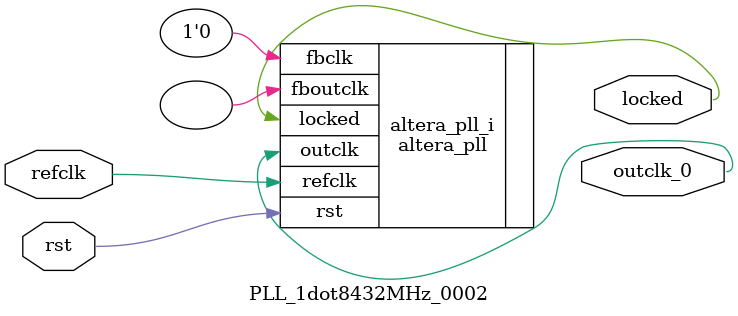
<source format=v>
`timescale 1ns/10ps
module  PLL_1dot8432MHz_0002(

	// interface 'refclk'
	input wire refclk,

	// interface 'reset'
	input wire rst,

	// interface 'outclk0'
	output wire outclk_0,

	// interface 'locked'
	output wire locked
);

	altera_pll #(
		.fractional_vco_multiplier("false"),
		.reference_clock_frequency("50.0 MHz"),
		.operation_mode("normal"),
		.number_of_clocks(1),
		.output_clock_frequency0("1.84322 MHz"),
		.phase_shift0("0 ps"),
		.duty_cycle0(50),
		.output_clock_frequency1("0 MHz"),
		.phase_shift1("0 ps"),
		.duty_cycle1(50),
		.output_clock_frequency2("0 MHz"),
		.phase_shift2("0 ps"),
		.duty_cycle2(50),
		.output_clock_frequency3("0 MHz"),
		.phase_shift3("0 ps"),
		.duty_cycle3(50),
		.output_clock_frequency4("0 MHz"),
		.phase_shift4("0 ps"),
		.duty_cycle4(50),
		.output_clock_frequency5("0 MHz"),
		.phase_shift5("0 ps"),
		.duty_cycle5(50),
		.output_clock_frequency6("0 MHz"),
		.phase_shift6("0 ps"),
		.duty_cycle6(50),
		.output_clock_frequency7("0 MHz"),
		.phase_shift7("0 ps"),
		.duty_cycle7(50),
		.output_clock_frequency8("0 MHz"),
		.phase_shift8("0 ps"),
		.duty_cycle8(50),
		.output_clock_frequency9("0 MHz"),
		.phase_shift9("0 ps"),
		.duty_cycle9(50),
		.output_clock_frequency10("0 MHz"),
		.phase_shift10("0 ps"),
		.duty_cycle10(50),
		.output_clock_frequency11("0 MHz"),
		.phase_shift11("0 ps"),
		.duty_cycle11(50),
		.output_clock_frequency12("0 MHz"),
		.phase_shift12("0 ps"),
		.duty_cycle12(50),
		.output_clock_frequency13("0 MHz"),
		.phase_shift13("0 ps"),
		.duty_cycle13(50),
		.output_clock_frequency14("0 MHz"),
		.phase_shift14("0 ps"),
		.duty_cycle14(50),
		.output_clock_frequency15("0 MHz"),
		.phase_shift15("0 ps"),
		.duty_cycle15(50),
		.output_clock_frequency16("0 MHz"),
		.phase_shift16("0 ps"),
		.duty_cycle16(50),
		.output_clock_frequency17("0 MHz"),
		.phase_shift17("0 ps"),
		.duty_cycle17(50),
		.pll_type("General"),
		.pll_subtype("General")
	) altera_pll_i (
		.outclk	({outclk_0}),
		.locked	(locked),
		.fboutclk	( ),
		.fbclk	(1'b0),
		.rst	(rst),
		.refclk	(refclk)
	);
endmodule


</source>
